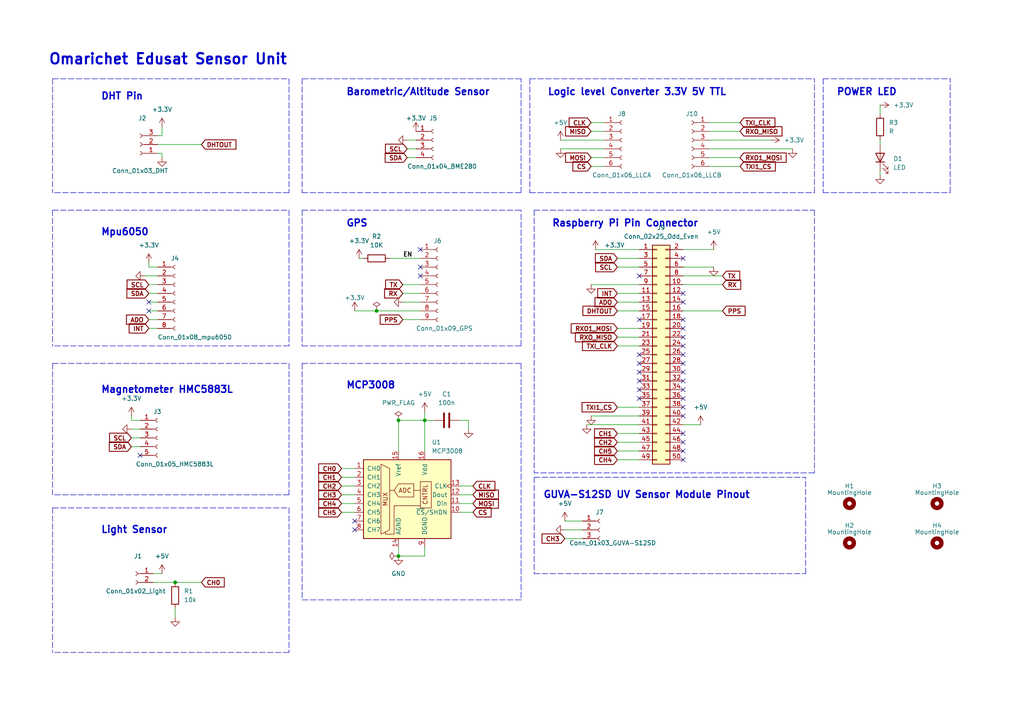
<source format=kicad_sch>
(kicad_sch (version 20211123) (generator eeschema)
  (paper "A4")
  (title_block (title "Edusat Sensor Unit ") (date "2023-01-30") (rev "v1.3") (company "Omarichet.Space") (comment 1 "This design allows for a hands on approach for the learners."))
  (lib_symbols
    (symbol "Analog_ADC:MCP3008" (pin_names (offset 1.016))
      (property "Reference" "U" (at -5.08 13.335 0))
      (property "Value" "MCP3008" (at -5.08 11.43 0))
      (symbol "MCP3008_0_0"
        (text "ADC" (at -0.635 1.27 0) (effects (font (size 1.27 1.27))))
        (text "CNTRL" (at 5.969 -2.921 900) (effects (font (size 1.27 1.27)) (justify left bottom)))
        (text "MUX" (at -6.35 -1.27 900) (effects (font (size 1.27 1.27))))
      )
      (symbol "MCP3008_0_1"
        (polyline (pts (xy -3.81 1.27) (xy -5.08 1.27)))
        (polyline (pts (xy 1.905 1.27) (xy 3.81 1.27)))
        (polyline (pts (xy -7.62 8.89) (xy -7.62 -11.43) (xy -5.08 -10.16) (xy -5.08 7.62) (xy -7.62 8.89)))
        (polyline (pts (xy 3.81 -3.175) (xy -3.81 -3.175) (xy -3.81 -11.43) (xy -6.35 -11.43) (xy -6.35 -10.795)))
        (polyline (pts (xy 1.905 3.175) (xy 1.905 -0.635) (xy -2.54 -0.635) (xy -3.81 1.27) (xy -2.54 3.175) (xy 1.905 3.175)))
        (rectangle (start 3.81 -3.81) (end 6.985 3.81))
        (rectangle (start 12.7 -12.7) (end -12.7 10.16) (stroke (width 0.254)) (fill (type background)))
      )
      (symbol "MCP3008_1_1"
        (pin input line (at -15.24 7.62 0) (length 2.54) (name "CH0") (number "1"))
        (pin input line (at 15.24 -5.08 180) (length 2.54) (name "~{CS}/SHDN") (number "10"))
        (pin input line (at 15.24 -2.54 180) (length 2.54) (name "Din") (number "11"))
        (pin output line (at 15.24 0 180) (length 2.54) (name "Dout") (number "12"))
        (pin input clock (at 15.24 2.54 180) (length 2.54) (name "CLK") (number "13"))
        (pin power_in line (at -2.54 -15.24 90) (length 2.54) (name "AGND") (number "14"))
        (pin power_in line (at -2.54 12.7 270) (length 2.54) (name "Vref") (number "15"))
        (pin power_in line (at 5.08 12.7 270) (length 2.54) (name "Vdd") (number "16"))
        (pin input line (at -15.24 5.08 0) (length 2.54) (name "CH1") (number "2"))
        (pin input line (at -15.24 2.54 0) (length 2.54) (name "CH2") (number "3"))
        (pin input line (at -15.24 0 0) (length 2.54) (name "CH3") (number "4"))
        (pin input line (at -15.24 -2.54 0) (length 2.54) (name "CH4") (number "5"))
        (pin input line (at -15.24 -5.08 0) (length 2.54) (name "CH5") (number "6"))
        (pin input line (at -15.24 -7.62 0) (length 2.54) (name "CH6") (number "7"))
        (pin input line (at -15.24 -10.16 0) (length 2.54) (name "CH7") (number "8"))
        (pin power_in line (at 5.08 -15.24 90) (length 2.54) (name "DGND") (number "9"))
      )
    )
    (symbol "Connector:Conn_01x02_Female" (pin_names (offset 1.016) hide)
      (property "Reference" "J" (at 0 2.54 0))
      (property "Value" "Conn_01x02_Female" (at 0 -5.08 0))
      (symbol "Conn_01x02_Female_1_1"
        (arc (start 0 -2.032) (mid -0.508 -2.54) (end 0 -3.048) (stroke (width 0.1524)))
        (polyline (pts (xy -1.27 -2.54) (xy -0.508 -2.54)) (stroke (width 0.1524)))
        (polyline (pts (xy -1.27 0) (xy -0.508 0)) (stroke (width 0.1524)))
        (arc (start 0 0.508) (mid -0.508 0) (end 0 -0.508) (stroke (width 0.1524)))
        (pin passive line (at -5.08 0 0) (length 3.81) (name "Pin_1") (number "1"))
        (pin passive line (at -5.08 -2.54 0) (length 3.81) (name "Pin_2") (number "2"))
      )
    )
    (symbol "Connector:Conn_01x03_Female" (pin_names (offset 1.016) hide)
      (property "Reference" "J" (at 0 5.08 0))
      (property "Value" "Conn_01x03_Female" (at 0 -5.08 0))
      (symbol "Conn_01x03_Female_1_1"
        (arc (start 0 -2.032) (mid -0.508 -2.54) (end 0 -3.048) (stroke (width 0.1524)))
        (polyline (pts (xy -1.27 -2.54) (xy -0.508 -2.54)) (stroke (width 0.1524)))
        (polyline (pts (xy -1.27 0) (xy -0.508 0)) (stroke (width 0.1524)))
        (polyline (pts (xy -1.27 2.54) (xy -0.508 2.54)) (stroke (width 0.1524)))
        (arc (start 0 0.508) (mid -0.508 0) (end 0 -0.508) (stroke (width 0.1524)))
        (arc (start 0 3.048) (mid -0.508 2.54) (end 0 2.032) (stroke (width 0.1524)))
        (pin passive line (at -5.08 2.54 0) (length 3.81) (name "Pin_1") (number "1"))
        (pin passive line (at -5.08 0 0) (length 3.81) (name "Pin_2") (number "2"))
        (pin passive line (at -5.08 -2.54 0) (length 3.81) (name "Pin_3") (number "3"))
      )
    )
    (symbol "Connector:Conn_01x04_Female" (pin_names (offset 1.016) hide)
      (property "Reference" "J" (at 0 5.08 0))
      (property "Value" "Conn_01x04_Female" (at 0 -7.62 0))
      (symbol "Conn_01x04_Female_1_1"
        (arc (start 0 -4.572) (mid -0.508 -5.08) (end 0 -5.588) (stroke (width 0.1524)))
        (arc (start 0 -2.032) (mid -0.508 -2.54) (end 0 -3.048) (stroke (width 0.1524)))
        (polyline (pts (xy -1.27 -5.08) (xy -0.508 -5.08)) (stroke (width 0.1524)))
        (polyline (pts (xy -1.27 -2.54) (xy -0.508 -2.54)) (stroke (width 0.1524)))
        (polyline (pts (xy -1.27 0) (xy -0.508 0)) (stroke (width 0.1524)))
        (polyline (pts (xy -1.27 2.54) (xy -0.508 2.54)) (stroke (width 0.1524)))
        (arc (start 0 0.508) (mid -0.508 0) (end 0 -0.508) (stroke (width 0.1524)))
        (arc (start 0 3.048) (mid -0.508 2.54) (end 0 2.032) (stroke (width 0.1524)))
        (pin passive line (at -5.08 2.54 0) (length 3.81) (name "Pin_1") (number "1"))
        (pin passive line (at -5.08 0 0) (length 3.81) (name "Pin_2") (number "2"))
        (pin passive line (at -5.08 -2.54 0) (length 3.81) (name "Pin_3") (number "3"))
        (pin passive line (at -5.08 -5.08 0) (length 3.81) (name "Pin_4") (number "4"))
      )
    )
    (symbol "Connector:Conn_01x05_Female" (pin_names (offset 1.016) hide)
      (property "Reference" "J" (at 0 7.62 0))
      (property "Value" "Conn_01x05_Female" (at 0 -7.62 0))
      (symbol "Conn_01x05_Female_1_1"
        (arc (start 0 -4.572) (mid -0.508 -5.08) (end 0 -5.588) (stroke (width 0.1524)))
        (arc (start 0 -2.032) (mid -0.508 -2.54) (end 0 -3.048) (stroke (width 0.1524)))
        (polyline (pts (xy -1.27 -5.08) (xy -0.508 -5.08)) (stroke (width 0.1524)))
        (polyline (pts (xy -1.27 -2.54) (xy -0.508 -2.54)) (stroke (width 0.1524)))
        (polyline (pts (xy -1.27 0) (xy -0.508 0)) (stroke (width 0.1524)))
        (polyline (pts (xy -1.27 2.54) (xy -0.508 2.54)) (stroke (width 0.1524)))
        (polyline (pts (xy -1.27 5.08) (xy -0.508 5.08)) (stroke (width 0.1524)))
        (arc (start 0 0.508) (mid -0.508 0) (end 0 -0.508) (stroke (width 0.1524)))
        (arc (start 0 3.048) (mid -0.508 2.54) (end 0 2.032) (stroke (width 0.1524)))
        (arc (start 0 5.588) (mid -0.508 5.08) (end 0 4.572) (stroke (width 0.1524)))
        (pin passive line (at -5.08 5.08 0) (length 3.81) (name "Pin_1") (number "1"))
        (pin passive line (at -5.08 2.54 0) (length 3.81) (name "Pin_2") (number "2"))
        (pin passive line (at -5.08 0 0) (length 3.81) (name "Pin_3") (number "3"))
        (pin passive line (at -5.08 -2.54 0) (length 3.81) (name "Pin_4") (number "4"))
        (pin passive line (at -5.08 -5.08 0) (length 3.81) (name "Pin_5") (number "5"))
      )
    )
    (symbol "Connector:Conn_01x06_Female" (pin_names (offset 1.016) hide)
      (property "Reference" "J" (at 0 7.62 0))
      (property "Value" "Conn_01x06_Female" (at 0 -10.16 0))
      (symbol "Conn_01x06_Female_1_1"
        (arc (start 0 -7.112) (mid -0.508 -7.62) (end 0 -8.128) (stroke (width 0.1524)))
        (arc (start 0 -4.572) (mid -0.508 -5.08) (end 0 -5.588) (stroke (width 0.1524)))
        (arc (start 0 -2.032) (mid -0.508 -2.54) (end 0 -3.048) (stroke (width 0.1524)))
        (polyline (pts (xy -1.27 -7.62) (xy -0.508 -7.62)) (stroke (width 0.1524)))
        (polyline (pts (xy -1.27 -5.08) (xy -0.508 -5.08)) (stroke (width 0.1524)))
        (polyline (pts (xy -1.27 -2.54) (xy -0.508 -2.54)) (stroke (width 0.1524)))
        (polyline (pts (xy -1.27 0) (xy -0.508 0)) (stroke (width 0.1524)))
        (polyline (pts (xy -1.27 2.54) (xy -0.508 2.54)) (stroke (width 0.1524)))
        (polyline (pts (xy -1.27 5.08) (xy -0.508 5.08)) (stroke (width 0.1524)))
        (arc (start 0 0.508) (mid -0.508 0) (end 0 -0.508) (stroke (width 0.1524)))
        (arc (start 0 3.048) (mid -0.508 2.54) (end 0 2.032) (stroke (width 0.1524)))
        (arc (start 0 5.588) (mid -0.508 5.08) (end 0 4.572) (stroke (width 0.1524)))
        (pin passive line (at -5.08 5.08 0) (length 3.81) (name "Pin_1") (number "1"))
        (pin passive line (at -5.08 2.54 0) (length 3.81) (name "Pin_2") (number "2"))
        (pin passive line (at -5.08 0 0) (length 3.81) (name "Pin_3") (number "3"))
        (pin passive line (at -5.08 -2.54 0) (length 3.81) (name "Pin_4") (number "4"))
        (pin passive line (at -5.08 -5.08 0) (length 3.81) (name "Pin_5") (number "5"))
        (pin passive line (at -5.08 -7.62 0) (length 3.81) (name "Pin_6") (number "6"))
      )
    )
    (symbol "Connector:Conn_01x08_Female" (pin_names (offset 1.016) hide)
      (property "Reference" "J" (at 0 10.16 0))
      (property "Value" "Conn_01x08_Female" (at 0 -12.7 0))
      (symbol "Conn_01x08_Female_1_1"
        (arc (start 0 -9.652) (mid -0.508 -10.16) (end 0 -10.668) (stroke (width 0.1524)))
        (arc (start 0 -7.112) (mid -0.508 -7.62) (end 0 -8.128) (stroke (width 0.1524)))
        (arc (start 0 -4.572) (mid -0.508 -5.08) (end 0 -5.588) (stroke (width 0.1524)))
        (arc (start 0 -2.032) (mid -0.508 -2.54) (end 0 -3.048) (stroke (width 0.1524)))
        (polyline (pts (xy -1.27 -10.16) (xy -0.508 -10.16)) (stroke (width 0.1524)))
        (polyline (pts (xy -1.27 -7.62) (xy -0.508 -7.62)) (stroke (width 0.1524)))
        (polyline (pts (xy -1.27 -5.08) (xy -0.508 -5.08)) (stroke (width 0.1524)))
        (polyline (pts (xy -1.27 -2.54) (xy -0.508 -2.54)) (stroke (width 0.1524)))
        (polyline (pts (xy -1.27 0) (xy -0.508 0)) (stroke (width 0.1524)))
        (polyline (pts (xy -1.27 2.54) (xy -0.508 2.54)) (stroke (width 0.1524)))
        (polyline (pts (xy -1.27 5.08) (xy -0.508 5.08)) (stroke (width 0.1524)))
        (polyline (pts (xy -1.27 7.62) (xy -0.508 7.62)) (stroke (width 0.1524)))
        (arc (start 0 0.508) (mid -0.508 0) (end 0 -0.508) (stroke (width 0.1524)))
        (arc (start 0 3.048) (mid -0.508 2.54) (end 0 2.032) (stroke (width 0.1524)))
        (arc (start 0 5.588) (mid -0.508 5.08) (end 0 4.572) (stroke (width 0.1524)))
        (arc (start 0 8.128) (mid -0.508 7.62) (end 0 7.112) (stroke (width 0.1524)))
        (pin passive line (at -5.08 7.62 0) (length 3.81) (name "Pin_1") (number "1"))
        (pin passive line (at -5.08 5.08 0) (length 3.81) (name "Pin_2") (number "2"))
        (pin passive line (at -5.08 2.54 0) (length 3.81) (name "Pin_3") (number "3"))
        (pin passive line (at -5.08 0 0) (length 3.81) (name "Pin_4") (number "4"))
        (pin passive line (at -5.08 -2.54 0) (length 3.81) (name "Pin_5") (number "5"))
        (pin passive line (at -5.08 -5.08 0) (length 3.81) (name "Pin_6") (number "6"))
        (pin passive line (at -5.08 -7.62 0) (length 3.81) (name "Pin_7") (number "7"))
        (pin passive line (at -5.08 -10.16 0) (length 3.81) (name "Pin_8") (number "8"))
      )
    )
    (symbol "Connector:Conn_01x09_Female" (pin_names (offset 1.016) hide)
      (property "Reference" "J" (at 0 12.7 0))
      (property "Value" "Conn_01x09_Female" (at 0 -12.7 0))
      (symbol "Conn_01x09_Female_1_1"
        (arc (start 0 -9.652) (mid -0.508 -10.16) (end 0 -10.668) (stroke (width 0.1524)))
        (arc (start 0 -7.112) (mid -0.508 -7.62) (end 0 -8.128) (stroke (width 0.1524)))
        (arc (start 0 -4.572) (mid -0.508 -5.08) (end 0 -5.588) (stroke (width 0.1524)))
        (arc (start 0 -2.032) (mid -0.508 -2.54) (end 0 -3.048) (stroke (width 0.1524)))
        (polyline (pts (xy -1.27 -10.16) (xy -0.508 -10.16)) (stroke (width 0.1524)))
        (polyline (pts (xy -1.27 -7.62) (xy -0.508 -7.62)) (stroke (width 0.1524)))
        (polyline (pts (xy -1.27 -5.08) (xy -0.508 -5.08)) (stroke (width 0.1524)))
        (polyline (pts (xy -1.27 -2.54) (xy -0.508 -2.54)) (stroke (width 0.1524)))
        (polyline (pts (xy -1.27 0) (xy -0.508 0)) (stroke (width 0.1524)))
        (polyline (pts (xy -1.27 2.54) (xy -0.508 2.54)) (stroke (width 0.1524)))
        (polyline (pts (xy -1.27 5.08) (xy -0.508 5.08)) (stroke (width 0.1524)))
        (polyline (pts (xy -1.27 7.62) (xy -0.508 7.62)) (stroke (width 0.1524)))
        (polyline (pts (xy -1.27 10.16) (xy -0.508 10.16)) (stroke (width 0.1524)))
        (arc (start 0 0.508) (mid -0.508 0) (end 0 -0.508) (stroke (width 0.1524)))
        (arc (start 0 3.048) (mid -0.508 2.54) (end 0 2.032) (stroke (width 0.1524)))
        (arc (start 0 5.588) (mid -0.508 5.08) (end 0 4.572) (stroke (width 0.1524)))
        (arc (start 0 8.128) (mid -0.508 7.62) (end 0 7.112) (stroke (width 0.1524)))
        (arc (start 0 10.668) (mid -0.508 10.16) (end 0 9.652) (stroke (width 0.1524)))
        (pin passive line (at -5.08 10.16 0) (length 3.81) (name "Pin_1") (number "1"))
        (pin passive line (at -5.08 7.62 0) (length 3.81) (name "Pin_2") (number "2"))
        (pin passive line (at -5.08 5.08 0) (length 3.81) (name "Pin_3") (number "3"))
        (pin passive line (at -5.08 2.54 0) (length 3.81) (name "Pin_4") (number "4"))
        (pin passive line (at -5.08 0 0) (length 3.81) (name "Pin_5") (number "5"))
        (pin passive line (at -5.08 -2.54 0) (length 3.81) (name "Pin_6") (number "6"))
        (pin passive line (at -5.08 -5.08 0) (length 3.81) (name "Pin_7") (number "7"))
        (pin passive line (at -5.08 -7.62 0) (length 3.81) (name "Pin_8") (number "8"))
        (pin passive line (at -5.08 -10.16 0) (length 3.81) (name "Pin_9") (number "9"))
      )
    )
    (symbol "Connector_Generic:Conn_02x25_Odd_Even" (pin_names (offset 1.016) hide)
      (property "Reference" "J" (at 1.27 33.02 0))
      (property "Value" "Conn_02x25_Odd_Even" (at 1.27 -33.02 0))
      (symbol "Conn_02x25_Odd_Even_1_1"
        (rectangle (start -1.27 -30.353) (end 0 -30.607) (stroke (width 0.1524)))
        (rectangle (start -1.27 -27.813) (end 0 -28.067) (stroke (width 0.1524)))
        (rectangle (start -1.27 -25.273) (end 0 -25.527) (stroke (width 0.1524)))
        (rectangle (start -1.27 -22.733) (end 0 -22.987) (stroke (width 0.1524)))
        (rectangle (start -1.27 -20.193) (end 0 -20.447) (stroke (width 0.1524)))
        (rectangle (start -1.27 -17.653) (end 0 -17.907) (stroke (width 0.1524)))
        (rectangle (start -1.27 -15.113) (end 0 -15.367) (stroke (width 0.1524)))
        (rectangle (start -1.27 -12.573) (end 0 -12.827) (stroke (width 0.1524)))
        (rectangle (start -1.27 -10.033) (end 0 -10.287) (stroke (width 0.1524)))
        (rectangle (start -1.27 -7.493) (end 0 -7.747) (stroke (width 0.1524)))
        (rectangle (start -1.27 -4.953) (end 0 -5.207) (stroke (width 0.1524)))
        (rectangle (start -1.27 -2.413) (end 0 -2.667) (stroke (width 0.1524)))
        (rectangle (start -1.27 0.127) (end 0 -0.127) (stroke (width 0.1524)))
        (rectangle (start -1.27 2.667) (end 0 2.413) (stroke (width 0.1524)))
        (rectangle (start -1.27 5.207) (end 0 4.953) (stroke (width 0.1524)))
        (rectangle (start -1.27 7.747) (end 0 7.493) (stroke (width 0.1524)))
        (rectangle (start -1.27 10.287) (end 0 10.033) (stroke (width 0.1524)))
        (rectangle (start -1.27 12.827) (end 0 12.573) (stroke (width 0.1524)))
        (rectangle (start -1.27 15.367) (end 0 15.113) (stroke (width 0.1524)))
        (rectangle (start -1.27 17.907) (end 0 17.653) (stroke (width 0.1524)))
        (rectangle (start -1.27 20.447) (end 0 20.193) (stroke (width 0.1524)))
        (rectangle (start -1.27 22.987) (end 0 22.733) (stroke (width 0.1524)))
        (rectangle (start -1.27 25.527) (end 0 25.273) (stroke (width 0.1524)))
        (rectangle (start -1.27 28.067) (end 0 27.813) (stroke (width 0.1524)))
        (rectangle (start -1.27 30.607) (end 0 30.353) (stroke (width 0.1524)))
        (rectangle (start -1.27 31.75) (end 3.81 -31.75) (stroke (width 0.254)) (fill (type background)))
        (rectangle (start 3.81 -30.353) (end 2.54 -30.607) (stroke (width 0.1524)))
        (rectangle (start 3.81 -27.813) (end 2.54 -28.067) (stroke (width 0.1524)))
        (rectangle (start 3.81 -25.273) (end 2.54 -25.527) (stroke (width 0.1524)))
        (rectangle (start 3.81 -22.733) (end 2.54 -22.987) (stroke (width 0.1524)))
        (rectangle (start 3.81 -20.193) (end 2.54 -20.447) (stroke (width 0.1524)))
        (rectangle (start 3.81 -17.653) (end 2.54 -17.907) (stroke (width 0.1524)))
        (rectangle (start 3.81 -15.113) (end 2.54 -15.367) (stroke (width 0.1524)))
        (rectangle (start 3.81 -12.573) (end 2.54 -12.827) (stroke (width 0.1524)))
        (rectangle (start 3.81 -10.033) (end 2.54 -10.287) (stroke (width 0.1524)))
        (rectangle (start 3.81 -7.493) (end 2.54 -7.747) (stroke (width 0.1524)))
        (rectangle (start 3.81 -4.953) (end 2.54 -5.207) (stroke (width 0.1524)))
        (rectangle (start 3.81 -2.413) (end 2.54 -2.667) (stroke (width 0.1524)))
        (rectangle (start 3.81 0.127) (end 2.54 -0.127) (stroke (width 0.1524)))
        (rectangle (start 3.81 2.667) (end 2.54 2.413) (stroke (width 0.1524)))
        (rectangle (start 3.81 5.207) (end 2.54 4.953) (stroke (width 0.1524)))
        (rectangle (start 3.81 7.747) (end 2.54 7.493) (stroke (width 0.1524)))
        (rectangle (start 3.81 10.287) (end 2.54 10.033) (stroke (width 0.1524)))
        (rectangle (start 3.81 12.827) (end 2.54 12.573) (stroke (width 0.1524)))
        (rectangle (start 3.81 15.367) (end 2.54 15.113) (stroke (width 0.1524)))
        (rectangle (start 3.81 17.907) (end 2.54 17.653) (stroke (width 0.1524)))
        (rectangle (start 3.81 20.447) (end 2.54 20.193) (stroke (width 0.1524)))
        (rectangle (start 3.81 22.987) (end 2.54 22.733) (stroke (width 0.1524)))
        (rectangle (start 3.81 25.527) (end 2.54 25.273) (stroke (width 0.1524)))
        (rectangle (start 3.81 28.067) (end 2.54 27.813) (stroke (width 0.1524)))
        (rectangle (start 3.81 30.607) (end 2.54 30.353) (stroke (width 0.1524)))
        (pin passive line (at -5.08 30.48 0) (length 3.81) (name "Pin_1") (number "1"))
        (pin passive line (at 7.62 20.32 180) (length 3.81) (name "Pin_10") (number "10"))
        (pin passive line (at -5.08 17.78 0) (length 3.81) (name "Pin_11") (number "11"))
        (pin passive line (at 7.62 17.78 180) (length 3.81) (name "Pin_12") (number "12"))
        (pin passive line (at -5.08 15.24 0) (length 3.81) (name "Pin_13") (number "13"))
        (pin passive line (at 7.62 15.24 180) (length 3.81) (name "Pin_14") (number "14"))
        (pin passive line (at -5.08 12.7 0) (length 3.81) (name "Pin_15") (number "15"))
        (pin passive line (at 7.62 12.7 180) (length 3.81) (name "Pin_16") (number "16"))
        (pin passive line (at -5.08 10.16 0) (length 3.81) (name "Pin_17") (number "17"))
        (pin passive line (at 7.62 10.16 180) (length 3.81) (name "Pin_18") (number "18"))
        (pin passive line (at -5.08 7.62 0) (length 3.81) (name "Pin_19") (number "19"))
        (pin passive line (at 7.62 30.48 180) (length 3.81) (name "Pin_2") (number "2"))
        (pin passive line (at 7.62 7.62 180) (length 3.81) (name "Pin_20") (number "20"))
        (pin passive line (at -5.08 5.08 0) (length 3.81) (name "Pin_21") (number "21"))
        (pin passive line (at 7.62 5.08 180) (length 3.81) (name "Pin_22") (number "22"))
        (pin passive line (at -5.08 2.54 0) (length 3.81) (name "Pin_23") (number "23"))
        (pin passive line (at 7.62 2.54 180) (length 3.81) (name "Pin_24") (number "24"))
        (pin passive line (at -5.08 0 0) (length 3.81) (name "Pin_25") (number "25"))
        (pin passive line (at 7.62 0 180) (length 3.81) (name "Pin_26") (number "26"))
        (pin passive line (at -5.08 -2.54 0) (length 3.81) (name "Pin_27") (number "27"))
        (pin passive line (at 7.62 -2.54 180) (length 3.81) (name "Pin_28") (number "28"))
        (pin passive line (at -5.08 -5.08 0) (length 3.81) (name "Pin_29") (number "29"))
        (pin passive line (at -5.08 27.94 0) (length 3.81) (name "Pin_3") (number "3"))
        (pin passive line (at 7.62 -5.08 180) (length 3.81) (name "Pin_30") (number "30"))
        (pin passive line (at -5.08 -7.62 0) (length 3.81) (name "Pin_31") (number "31"))
        (pin passive line (at 7.62 -7.62 180) (length 3.81) (name "Pin_32") (number "32"))
        (pin passive line (at -5.08 -10.16 0) (length 3.81) (name "Pin_33") (number "33"))
        (pin passive line (at 7.62 -10.16 180) (length 3.81) (name "Pin_34") (number "34"))
        (pin passive line (at -5.08 -12.7 0) (length 3.81) (name "Pin_35") (number "35"))
        (pin passive line (at 7.62 -12.7 180) (length 3.81) (name "Pin_36") (number "36"))
        (pin passive line (at -5.08 -15.24 0) (length 3.81) (name "Pin_37") (number "37"))
        (pin passive line (at 7.62 -15.24 180) (length 3.81) (name "Pin_38") (number "38"))
        (pin passive line (at -5.08 -17.78 0) (length 3.81) (name "Pin_39") (number "39"))
        (pin passive line (at 7.62 27.94 180) (length 3.81) (name "Pin_4") (number "4"))
        (pin passive line (at 7.62 -17.78 180) (length 3.81) (name "Pin_40") (number "40"))
        (pin passive line (at -5.08 -20.32 0) (length 3.81) (name "Pin_41") (number "41"))
        (pin passive line (at 7.62 -20.32 180) (length 3.81) (name "Pin_42") (number "42"))
        (pin passive line (at -5.08 -22.86 0) (length 3.81) (name "Pin_43") (number "43"))
        (pin passive line (at 7.62 -22.86 180) (length 3.81) (name "Pin_44") (number "44"))
        (pin passive line (at -5.08 -25.4 0) (length 3.81) (name "Pin_45") (number "45"))
        (pin passive line (at 7.62 -25.4 180) (length 3.81) (name "Pin_46") (number "46"))
        (pin passive line (at -5.08 -27.94 0) (length 3.81) (name "Pin_47") (number "47"))
        (pin passive line (at 7.62 -27.94 180) (length 3.81) (name "Pin_48") (number "48"))
        (pin passive line (at -5.08 -30.48 0) (length 3.81) (name "Pin_49") (number "49"))
        (pin passive line (at -5.08 25.4 0) (length 3.81) (name "Pin_5") (number "5"))
        (pin passive line (at 7.62 -30.48 180) (length 3.81) (name "Pin_50") (number "50"))
        (pin passive line (at 7.62 25.4 180) (length 3.81) (name "Pin_6") (number "6"))
        (pin passive line (at -5.08 22.86 0) (length 3.81) (name "Pin_7") (number "7"))
        (pin passive line (at 7.62 22.86 180) (length 3.81) (name "Pin_8") (number "8"))
        (pin passive line (at -5.08 20.32 0) (length 3.81) (name "Pin_9") (number "9"))
      )
    )
    (symbol "Device:C" (pin_numbers hide) (pin_names (offset 0.254))
      (property "Reference" "C" (at 0.635 2.54 0))
      (property "Value" "C" (at 0.635 -2.54 0))
      (symbol "C_0_1"
        (polyline (pts (xy -2.032 -0.762) (xy 2.032 -0.762)) (stroke (width 0.508)))
        (polyline (pts (xy -2.032 0.762) (xy 2.032 0.762)) (stroke (width 0.508)))
      )
      (symbol "C_1_1"
        (pin passive line (at 0 3.81 270) (length 2.794) (name "~") (number "1"))
        (pin passive line (at 0 -3.81 90) (length 2.794) (name "~") (number "2"))
      )
    )
    (symbol "Device:LED" (pin_numbers hide) (pin_names (offset 1.016) hide)
      (property "Reference" "D" (at 0 2.54 0))
      (property "Value" "LED" (at 0 -2.54 0))
      (symbol "LED_0_1"
        (polyline (pts (xy -1.27 -1.27) (xy -1.27 1.27)) (stroke (width 0.254)))
        (polyline (pts (xy -1.27 0) (xy 1.27 0)))
        (polyline (pts (xy 1.27 -1.27) (xy 1.27 1.27) (xy -1.27 0) (xy 1.27 -1.27)) (stroke (width 0.254)))
        (polyline (pts (xy -3.048 -0.762) (xy -4.572 -2.286) (xy -3.81 -2.286) (xy -4.572 -2.286) (xy -4.572 -1.524)))
        (polyline (pts (xy -1.778 -0.762) (xy -3.302 -2.286) (xy -2.54 -2.286) (xy -3.302 -2.286) (xy -3.302 -1.524)))
      )
      (symbol "LED_1_1"
        (pin passive line (at -3.81 0 0) (length 2.54) (name "K") (number "1"))
        (pin passive line (at 3.81 0 180) (length 2.54) (name "A") (number "2"))
      )
    )
    (symbol "Device:R" (pin_numbers hide) (pin_names (offset 0))
      (property "Reference" "R" (at 2.032 0 90))
      (property "Value" "R" (at 0 0 90))
      (symbol "R_0_1"
        (rectangle (start -1.016 -2.54) (end 1.016 2.54) (stroke (width 0.254)))
      )
      (symbol "R_1_1"
        (pin passive line (at 0 3.81 270) (length 1.27) (name "~") (number "1"))
        (pin passive line (at 0 -3.81 90) (length 1.27) (name "~") (number "2"))
      )
    )
    (symbol "Mechanical:MountingHole" (pin_names (offset 1.016))
      (property "Reference" "H" (at 0 5.08 0))
      (property "Value" "MountingHole" (at 0 3.175 0))
      (symbol "MountingHole_0_1"
        (circle (center 0 0) (radius 1.27) (stroke (width 1.27)))
      )
    )
    (symbol "power:+3.3V" (power) (pin_names (offset 0))
      (property "Value" "+3.3V" (at 0 3.556 0))
      (symbol "+3.3V_0_1"
        (polyline (pts (xy -0.762 1.27) (xy 0 2.54)))
        (polyline (pts (xy 0 0) (xy 0 2.54)))
        (polyline (pts (xy 0 2.54) (xy 0.762 1.27)))
      )
      (symbol "+3.3V_1_1"
        (pin power_in line (at 0 0 90) (length 0) hide (name "+3.3V") (number "1"))
      )
    )
    (symbol "power:+5V" (power) (pin_names (offset 0))
      (property "Value" "+5V" (at 0 3.556 0))
      (symbol "+5V_0_1"
        (polyline (pts (xy -0.762 1.27) (xy 0 2.54)))
        (polyline (pts (xy 0 0) (xy 0 2.54)))
        (polyline (pts (xy 0 2.54) (xy 0.762 1.27)))
      )
      (symbol "+5V_1_1"
        (pin power_in line (at 0 0 90) (length 0) hide (name "+5V") (number "1"))
      )
    )
    (symbol "power:GND" (power) (pin_names (offset 0))
      (property "Value" "GND" (at 0 -3.81 0))
      (symbol "GND_0_1"
        (polyline (pts (xy 0 0) (xy 0 -1.27) (xy 1.27 -1.27) (xy 0 -2.54) (xy -1.27 -1.27) (xy 0 -1.27)))
      )
      (symbol "GND_1_1"
        (pin power_in line (at 0 0 270) (length 0) hide (name "GND") (number "1"))
      )
    )
    (symbol "power:PWR_FLAG" (power) (pin_numbers hide) (pin_names (offset 0) hide)
      (property "Value" "PWR_FLAG" (at 0 3.81 0))
      (symbol "PWR_FLAG_0_0"
        (pin power_out line (at 0 0 90) (length 0) (name "pwr") (number "1"))
      )
      (symbol "PWR_FLAG_0_1"
        (polyline (pts (xy 0 0) (xy 0 1.27) (xy -1.016 1.905) (xy 0 2.54) (xy 1.016 1.905) (xy 0 1.27)))
      )
    )
  )
  (junction (at 109.22 90.17))
  (junction (at 115.57 121.92))
  (junction (at 123.19 121.92))
  (junction (at 115.57 161.29))
  (junction (at 50.8 168.91))
  (no_connect (at 121.92 72.39))
  (no_connect (at 121.92 77.47))
  (no_connect (at 121.92 80.01))
  (no_connect (at 198.12 107.95))
  (no_connect (at 198.12 105.41))
  (no_connect (at 198.12 102.87))
  (no_connect (at 198.12 100.33))
  (no_connect (at 198.12 97.79))
  (no_connect (at 185.42 105.41))
  (no_connect (at 185.42 107.95))
  (no_connect (at 185.42 110.49))
  (no_connect (at 185.42 113.03))
  (no_connect (at 185.42 115.57))
  (no_connect (at 198.12 120.65))
  (no_connect (at 198.12 118.11))
  (no_connect (at 198.12 115.57))
  (no_connect (at 198.12 113.03))
  (no_connect (at 198.12 110.49))
  (no_connect (at 185.42 92.71))
  (no_connect (at 185.42 102.87))
  (no_connect (at 198.12 95.25))
  (no_connect (at 198.12 92.71))
  (no_connect (at 198.12 87.63))
  (no_connect (at 198.12 85.09))
  (no_connect (at 198.12 133.35))
  (no_connect (at 198.12 130.81))
  (no_connect (at 198.12 128.27))
  (no_connect (at 198.12 125.73))
  (no_connect (at 102.87 153.67))
  (no_connect (at 102.87 151.13))
  (no_connect (at 40.64 132.08))
  (no_connect (at 43.18 90.17))
  (no_connect (at 43.18 87.63))
  (no_connect (at 198.12 74.93))
  (no_connect (at 185.42 80.01))
  (polyline (pts (xy 83.82 100.33) (xy 15.24 100.33)))
  (wire (pts (xy 133.35 140.97) (xy 137.16 140.97)))
  (wire (pts (xy 99.06 140.97) (xy 102.87 140.97)))
  (wire (pts (xy 38.1 120.65) (xy 38.1 121.92)))
  (polyline (pts (xy 151.13 173.99) (xy 87.63 173.99)))
  (wire (pts (xy 43.18 87.63) (xy 45.72 87.63)))
  (polyline (pts (xy 87.63 100.33) (xy 151.13 100.33)))
  (polyline (pts (xy 153.67 55.88) (xy 236.22 55.88)))
  (wire (pts (xy 43.18 90.17) (xy 45.72 90.17)))
  (wire (pts (xy 133.35 146.05) (xy 137.16 146.05)))
  (wire (pts (xy 43.18 92.71) (xy 45.72 92.71)))
  (polyline (pts (xy 83.82 147.32) (xy 83.82 189.23)))
  (polyline (pts (xy 238.76 22.86) (xy 275.59 22.86)))
  (wire (pts (xy 118.11 43.18) (xy 120.65 43.18)))
  (wire (pts (xy 171.45 35.56) (xy 175.26 35.56)))
  (wire (pts (xy 135.89 121.92) (xy 135.89 124.46)))
  (wire (pts (xy 38.1 121.92) (xy 40.64 121.92)))
  (wire (pts (xy 133.35 148.59) (xy 137.16 148.59)))
  (polyline (pts (xy 238.76 55.88) (xy 275.59 55.88)))
  (wire (pts (xy 115.57 161.29) (xy 123.19 161.29)))
  (wire (pts (xy 99.06 143.51) (xy 102.87 143.51)))
  (polyline (pts (xy 87.63 60.96) (xy 151.13 60.96)))
  (polyline (pts (xy 151.13 100.33) (xy 151.13 60.96)))
  (wire (pts (xy 171.45 82.55) (xy 185.42 82.55)))
  (wire (pts (xy 99.06 146.05) (xy 102.87 146.05)))
  (wire (pts (xy 99.06 135.89) (xy 102.87 135.89)))
  (polyline (pts (xy 154.94 60.96) (xy 154.94 137.16)))
  (wire (pts (xy 38.1 127) (xy 40.64 127)))
  (wire (pts (xy 205.74 35.56) (xy 214.63 35.56)))
  (polyline (pts (xy 238.76 22.86) (xy 238.76 55.88)))
  (wire (pts (xy 50.8 168.91) (xy 58.42 168.91)))
  (wire (pts (xy 205.74 38.1) (xy 214.63 38.1)))
  (wire (pts (xy 44.45 168.91) (xy 50.8 168.91)))
  (wire (pts (xy 43.18 82.55) (xy 45.72 82.55)))
  (wire (pts (xy 38.1 129.54) (xy 40.64 129.54)))
  (wire (pts (xy 198.12 123.19) (xy 203.2 123.19)))
  (wire (pts (xy 115.57 158.75) (xy 115.57 161.29)))
  (wire (pts (xy 255.27 49.53) (xy 255.27 50.8)))
  (polyline (pts (xy 233.68 166.37) (xy 233.68 138.43)))
  (wire (pts (xy 198.12 82.55) (xy 209.55 82.55)))
  (wire (pts (xy 179.07 130.81) (xy 185.42 130.81)))
  (wire (pts (xy 133.35 143.51) (xy 137.16 143.51)))
  (wire (pts (xy 170.18 123.19) (xy 185.42 123.19)))
  (wire (pts (xy 179.07 95.25) (xy 185.42 95.25)))
  (polyline (pts (xy 87.63 60.96) (xy 87.63 100.33)))
  (polyline (pts (xy 236.22 137.16) (xy 154.94 137.16)))
  (wire (pts (xy 113.03 74.93) (xy 121.92 74.93)))
  (wire (pts (xy 198.12 72.39) (xy 207.01 72.39)))
  (wire (pts (xy 123.19 161.29) (xy 123.19 158.75)))
  (wire (pts (xy 171.45 120.65) (xy 185.42 120.65)))
  (wire (pts (xy 123.19 121.92) (xy 123.19 130.81)))
  (wire (pts (xy 163.83 151.13) (xy 168.91 151.13)))
  (wire (pts (xy 198.12 77.47) (xy 207.01 77.47)))
  (wire (pts (xy 99.06 138.43) (xy 102.87 138.43)))
  (polyline (pts (xy 151.13 22.86) (xy 87.63 22.86)))
  (polyline (pts (xy 15.24 105.41) (xy 83.82 105.41)))
  (wire (pts (xy 45.72 44.45) (xy 46.99 44.45)))
  (wire (pts (xy 179.07 133.35) (xy 185.42 133.35)))
  (polyline (pts (xy 83.82 60.96) (xy 83.82 100.33)))
  (wire (pts (xy 123.19 119.38) (xy 123.19 121.92)))
  (wire (pts (xy 44.45 166.37) (xy 46.99 166.37)))
  (polyline (pts (xy 154.94 166.37) (xy 233.68 166.37)))
  (polyline (pts (xy 15.24 60.96) (xy 15.24 100.33)))
  (wire (pts (xy 198.12 90.17) (xy 209.55 90.17)))
  (wire (pts (xy 179.07 128.27) (xy 185.42 128.27)))
  (polyline (pts (xy 15.24 22.86) (xy 83.82 22.86)))
  (wire (pts (xy 58.42 41.91) (xy 45.72 41.91)))
  (wire (pts (xy 116.84 82.55) (xy 121.92 82.55)))
  (wire (pts (xy 104.14 74.93) (xy 105.41 74.93)))
  (wire (pts (xy 116.84 87.63) (xy 121.92 87.63)))
  (wire (pts (xy 41.91 80.01) (xy 45.72 80.01)))
  (polyline (pts (xy 87.63 55.88) (xy 151.13 55.88)))
  (wire (pts (xy 179.07 100.33) (xy 185.42 100.33)))
  (polyline (pts (xy 154.94 138.43) (xy 233.68 138.43)))
  (polyline (pts (xy 87.63 105.41) (xy 151.13 105.41)))
  (polyline (pts (xy 236.22 60.96) (xy 236.22 137.16)))
  (wire (pts (xy 205.74 43.18) (xy 229.87 43.18)))
  (wire (pts (xy 102.87 90.17) (xy 109.22 90.17)))
  (wire (pts (xy 172.72 72.39) (xy 185.42 72.39)))
  (wire (pts (xy 163.83 153.67) (xy 168.91 153.67)))
  (wire (pts (xy 43.18 85.09) (xy 45.72 85.09)))
  (wire (pts (xy 255.27 40.64) (xy 255.27 41.91)))
  (wire (pts (xy 205.74 48.26) (xy 214.63 48.26)))
  (polyline (pts (xy 15.24 105.41) (xy 15.24 143.51)))
  (polyline (pts (xy 15.24 22.86) (xy 15.24 55.88)))
  (wire (pts (xy 162.56 43.18) (xy 175.26 43.18)))
  (wire (pts (xy 116.84 92.71) (xy 121.92 92.71)))
  (wire (pts (xy 109.22 90.17) (xy 121.92 90.17)))
  (wire (pts (xy 179.07 97.79) (xy 185.42 97.79)))
  (wire (pts (xy 179.07 118.11) (xy 185.42 118.11)))
  (wire (pts (xy 43.18 95.25) (xy 45.72 95.25)))
  (polyline (pts (xy 236.22 55.88) (xy 236.22 22.86)))
  (wire (pts (xy 162.56 40.64) (xy 175.26 40.64)))
  (wire (pts (xy 205.74 40.64) (xy 223.52 40.64)))
  (wire (pts (xy 118.11 40.64) (xy 120.65 40.64)))
  (wire (pts (xy 255.27 30.48) (xy 255.27 33.02)))
  (wire (pts (xy 179.07 74.93) (xy 185.42 74.93)))
  (polyline (pts (xy 154.94 60.96) (xy 236.22 60.96)))
  (polyline (pts (xy 87.63 105.41) (xy 87.63 173.99)))
  (wire (pts (xy 179.07 125.73) (xy 185.42 125.73)))
  (wire (pts (xy 116.84 85.09) (xy 121.92 85.09)))
  (wire (pts (xy 179.07 87.63) (xy 185.42 87.63)))
  (wire (pts (xy 115.57 130.81) (xy 115.57 121.92)))
  (wire (pts (xy 205.74 45.72) (xy 214.63 45.72)))
  (wire (pts (xy 133.35 121.92) (xy 135.89 121.92)))
  (wire (pts (xy 46.99 39.37) (xy 45.72 39.37)))
  (polyline (pts (xy 15.24 60.96) (xy 83.82 60.96)))
  (polyline (pts (xy 15.24 147.32) (xy 15.24 189.23)))
  (polyline (pts (xy 83.82 105.41) (xy 83.82 143.51)))
  (wire (pts (xy 43.18 76.2) (xy 43.18 77.47)))
  (polyline (pts (xy 83.82 143.51) (xy 15.24 143.51)))
  (wire (pts (xy 163.83 156.21) (xy 168.91 156.21)))
  (polyline (pts (xy 83.82 22.86) (xy 83.82 55.88)))
  (wire (pts (xy 115.57 121.92) (xy 123.19 121.92)))
  (wire (pts (xy 46.99 36.83) (xy 46.99 39.37)))
  (polyline (pts (xy 151.13 55.88) (xy 151.13 22.86)))
  (polyline (pts (xy 87.63 22.86) (xy 87.63 55.88)))
  (wire (pts (xy 118.11 45.72) (xy 120.65 45.72)))
  (wire (pts (xy 43.18 77.47) (xy 45.72 77.47)))
  (polyline (pts (xy 15.24 147.32) (xy 83.82 147.32)))
  (polyline (pts (xy 83.82 55.88) (xy 15.24 55.88)))
  (wire (pts (xy 198.12 80.01) (xy 209.55 80.01)))
  (wire (pts (xy 179.07 77.47) (xy 185.42 77.47)))
  (wire (pts (xy 99.06 148.59) (xy 102.87 148.59)))
  (polyline (pts (xy 154.94 138.43) (xy 154.94 166.37)))
  (wire (pts (xy 50.8 176.53) (xy 50.8 179.07)))
  (wire (pts (xy 171.45 38.1) (xy 175.26 38.1)))
  (polyline (pts (xy 275.59 55.88) (xy 275.59 22.86)))
  (wire (pts (xy 38.1 124.46) (xy 40.64 124.46)))
  (wire (pts (xy 171.45 48.26) (xy 175.26 48.26)))
  (polyline (pts (xy 153.67 22.86) (xy 153.67 55.88)))
  (polyline (pts (xy 153.67 22.86) (xy 236.22 22.86)))
  (wire (pts (xy 123.19 121.92) (xy 125.73 121.92)))
  (wire (pts (xy 179.07 90.17) (xy 185.42 90.17)))
  (polyline (pts (xy 83.82 189.23) (xy 15.24 189.23)))
  (polyline (pts (xy 151.13 105.41) (xy 151.13 173.99)))
  (wire (pts (xy 179.07 85.09) (xy 185.42 85.09)))
  (wire (pts (xy 46.99 44.45) (xy 46.99 45.72)))
  (wire (pts (xy 171.45 45.72) (xy 175.26 45.72)))
  (text "Light Sensor" (at 29.21 154.94 0) (effects (font (size 2 2) bold) (justify left bottom)))
  (text "Omarichet Edusat Sensor Unit" (at 13.97 19.05 0) (effects (font (size 3 3) bold) (justify left bottom)))
  (text "GUVA-S12SD UV Sensor Module Pinout" (at 157.48 144.78 0) (effects (font (size 2 2) bold) (justify left bottom)))
  (text "POWER LED" (at 242.57 27.94 0) (effects (font (size 2 2) (thickness 0.4) bold) (justify left bottom)))
  (text "GPS" (at 100.33 66.04 0) (effects (font (size 2 2) bold) (justify left bottom)))
  (text "MCP3008" (at 100.33 113.03 0) (effects (font (size 2 2) bold) (justify left bottom)))
  (text "Barometric/Altitude Sensor" (at 100.33 27.94 0) (effects (font (size 2 2) bold) (justify left bottom)))
  (text "Mpu6050" (at 29.21 68.58 0) (effects (font (size 2 2) bold) (justify left bottom)))
  (text "Raspberry Pi Pin Connector" (at 160.02 66.04 0) (effects (font (size 2 2) bold) (justify left bottom)))
  (text "Logic level Converter 3.3V 5V TTL" (at 158.75 27.94 0) (effects (font (size 2 2) bold) (justify left bottom)))
  (text "Magnetometer HMC5883L" (at 29.21 114.3 0) (effects (font (size 2 2) bold) (justify left bottom)))
  (text "DHT Pin" (at 29.21 29.21 0) (effects (font (size 2 2) bold) (justify left bottom)))
  (label "EN" (at 116.84 74.93 0) (effects (font bold)))
  (global_label "MOSI" (shape input) (at 137.16 146.05 0) (effects (font bold)) (property "Intersheet References" "${INTERSHEET_REFS}" (effects hide)))
  (global_label "TXI1_CS" (shape input) (at 214.63 48.26 0) (effects (font bold)) (property "Intersheet References" "${INTERSHEET_REFS}" (effects hide)))
  (global_label "CH3" (shape input) (at 163.83 156.21 180) (effects (font bold)) (property "Intersheet References" "${INTERSHEET_REFS}" (effects hide)))
  (global_label "CLK" (shape input) (at 137.16 140.97 0) (effects (font bold)) (property "Intersheet References" "${INTERSHEET_REFS}" (effects hide)))
  (global_label "SCL" (shape input) (at 38.1 127 180) (effects (font bold)) (property "Intersheet References" "${INTERSHEET_REFS}" (effects hide)))
  (global_label "CH5" (shape input) (at 179.07 130.81 180) (effects (font bold)) (property "Intersheet References" "${INTERSHEET_REFS}" (effects hide)))
  (global_label "SDA" (shape input) (at 38.1 129.54 180) (effects (font bold)) (property "Intersheet References" "${INTERSHEET_REFS}" (effects hide)))
  (global_label "MISO" (shape input) (at 137.16 143.51 0) (effects (font bold)) (property "Intersheet References" "${INTERSHEET_REFS}" (effects hide)))
  (global_label "CH4" (shape input) (at 99.06 146.05 180) (effects (font bold)) (property "Intersheet References" "${INTERSHEET_REFS}" (effects hide)))
  (global_label "TX" (shape input) (at 209.55 80.01 0) (effects (font bold)) (property "Intersheet References" "${INTERSHEET_REFS}" (effects hide)))
  (global_label "SDA" (shape input) (at 118.11 45.72 180) (effects (font bold)) (property "Intersheet References" "${INTERSHEET_REFS}" (effects hide)))
  (global_label "MOSI" (shape input) (at 171.45 45.72 180) (effects (font bold)) (property "Intersheet References" "${INTERSHEET_REFS}" (effects hide)))
  (global_label "PPS" (shape input) (at 209.55 90.17 0) (effects (font bold)) (property "Intersheet References" "${INTERSHEET_REFS}" (effects hide)))
  (global_label "MISO" (shape input) (at 171.45 38.1 180) (effects (font bold)) (property "Intersheet References" "${INTERSHEET_REFS}" (effects hide)))
  (global_label "RXO1_MOSI" (shape input) (at 214.63 45.72 0) (effects (font bold)) (property "Intersheet References" "${INTERSHEET_REFS}" (effects hide)))
  (global_label "CS" (shape input) (at 137.16 148.59 0) (effects (font bold)) (property "Intersheet References" "${INTERSHEET_REFS}" (effects hide)))
  (global_label "CS" (shape input) (at 171.45 48.26 180) (effects (font bold)) (property "Intersheet References" "${INTERSHEET_REFS}" (effects hide)))
  (global_label "CH2" (shape input) (at 99.06 140.97 180) (effects (font bold)) (property "Intersheet References" "${INTERSHEET_REFS}" (effects hide)))
  (global_label "PPS" (shape input) (at 116.84 92.71 180) (effects (font bold)) (property "Intersheet References" "${INTERSHEET_REFS}" (effects hide)))
  (global_label "TXI_CLK" (shape input) (at 179.07 100.33 180) (effects (font bold)) (property "Intersheet References" "${INTERSHEET_REFS}" (effects hide)))
  (global_label "RX" (shape input) (at 209.55 82.55 0) (effects (font bold)) (property "Intersheet References" "${INTERSHEET_REFS}" (effects hide)))
  (global_label "CH1" (shape input) (at 99.06 138.43 180) (effects (font bold)) (property "Intersheet References" "${INTERSHEET_REFS}" (effects hide)))
  (global_label "CH3" (shape input) (at 99.06 143.51 180) (effects (font bold)) (property "Intersheet References" "${INTERSHEET_REFS}" (effects hide)))
  (global_label "RXO1_MOSI" (shape input) (at 179.07 95.25 180) (effects (font bold)) (property "Intersheet References" "${INTERSHEET_REFS}" (effects hide)))
  (global_label "CH0" (shape input) (at 99.06 135.89 180) (effects (font bold)) (property "Intersheet References" "${INTERSHEET_REFS}" (effects hide)))
  (global_label "INT" (shape input) (at 43.18 95.25 180) (effects (font bold)) (property "Intersheet References" "${INTERSHEET_REFS}" (effects hide)))
  (global_label "TX" (shape input) (at 116.84 82.55 180) (effects (font bold)) (property "Intersheet References" "${INTERSHEET_REFS}" (effects hide)))
  (global_label "DHTOUT" (shape input) (at 58.42 41.91 0) (effects (font bold)) (property "Intersheet References" "${INTERSHEET_REFS}" (effects hide)))
  (global_label "CH4" (shape input) (at 179.07 133.35 180) (effects (font bold)) (property "Intersheet References" "${INTERSHEET_REFS}" (effects hide)))
  (global_label "TXI1_CS" (shape input) (at 179.07 118.11 180) (effects (font bold)) (property "Intersheet References" "${INTERSHEET_REFS}" (effects hide)))
  (global_label "ADO" (shape input) (at 179.07 87.63 180) (effects (font bold)) (property "Intersheet References" "${INTERSHEET_REFS}" (effects hide)))
  (global_label "RX" (shape input) (at 116.84 85.09 180) (effects (font bold)) (property "Intersheet References" "${INTERSHEET_REFS}" (effects hide)))
  (global_label "SCL" (shape input) (at 118.11 43.18 180) (effects (font bold)) (property "Intersheet References" "${INTERSHEET_REFS}" (effects hide)))
  (global_label "RXO_MISO" (shape input) (at 179.07 97.79 180) (effects (font bold)) (property "Intersheet References" "${INTERSHEET_REFS}" (effects hide)))
  (global_label "DHTOUT" (shape input) (at 179.07 90.17 180) (effects (font bold)) (property "Intersheet References" "${INTERSHEET_REFS}" (effects hide)))
  (global_label "SCL" (shape input) (at 43.18 82.55 180) (effects (font bold)) (property "Intersheet References" "${INTERSHEET_REFS}" (effects hide)))
  (global_label "SDA" (shape input) (at 43.18 85.09 180) (effects (font bold)) (property "Intersheet References" "${INTERSHEET_REFS}" (effects hide)))
  (global_label "INT" (shape input) (at 179.07 85.09 180) (effects (font bold)) (property "Intersheet References" "${INTERSHEET_REFS}" (effects hide)))
  (global_label "ADO" (shape input) (at 43.18 92.71 180) (effects (font bold)) (property "Intersheet References" "${INTERSHEET_REFS}" (effects hide)))
  (global_label "CH5" (shape input) (at 99.06 148.59 180) (effects (font bold)) (property "Intersheet References" "${INTERSHEET_REFS}" (effects hide)))
  (global_label "CH0" (shape input) (at 58.42 168.91 0) (effects (font bold)) (property "Intersheet References" "${INTERSHEET_REFS}" (effects hide)))
  (global_label "RXO_MISO" (shape input) (at 214.63 38.1 0) (effects (font bold)) (property "Intersheet References" "${INTERSHEET_REFS}" (effects hide)))
  (global_label "SCL" (shape input) (at 179.07 77.47 180) (effects (font bold)) (property "Intersheet References" "${INTERSHEET_REFS}" (effects hide)))
  (global_label "CH2" (shape input) (at 179.07 128.27 180) (effects (font bold)) (property "Intersheet References" "${INTERSHEET_REFS}" (effects hide)))
  (global_label "SDA" (shape input) (at 179.07 74.93 180) (effects (font bold)) (property "Intersheet References" "${INTERSHEET_REFS}" (effects hide)))
  (global_label "CH1" (shape input) (at 179.07 125.73 180) (effects (font bold)) (property "Intersheet References" "${INTERSHEET_REFS}" (effects hide)))
  (global_label "CLK" (shape input) (at 171.45 35.56 180) (effects (font bold)) (property "Intersheet References" "${INTERSHEET_REFS}" (effects hide)))
  (global_label "TXI_CLK" (shape input) (at 214.63 35.56 0) (effects (font bold)) (property "Intersheet References" "${INTERSHEET_REFS}" (effects hide)))
  (symbol (lib_id "power:GND") (at 116.84 87.63 270) (mirror x) (unit 1)
    (property "Reference" "#PWR0101" (effects hide))
    (property "Value" "GND" (effects hide))
  )
  (symbol (lib_id "power:PWR_FLAG") (at 109.22 90.17 0) (unit 1)
    (property "Reference" "#FLG0101" (effects hide))
    (property "Value" "PWR_FLAG" (effects hide))
  )
  (symbol (lib_id "Mechanical:MountingHole") (at 271.78 146.05 0) (unit 1)
    (property "Reference" "H3" (at 271.78 140.97 0))
    (property "Value" "MountingHole" (at 271.78 142.875 0))
    (property "Footprint" "MountingHole:MountingHole_3.2mm_M3" (effects hide))
  )
  (symbol (lib_id "Analog_ADC:MCP3008") (at 118.11 143.51 0) (unit 1)
    (property "Reference" "U1" (at 125.2094 128.27 0) (effects (justify left)))
    (property "Value" "MCP3008" (at 125.2094 130.81 0) (effects (justify left)))
    (property "Footprint" "Package_DIP:DIP-16_W7.62mm" (effects hide))
    (property "Datasheet" "http://ww1.microchip.com/downloads/en/DeviceDoc/21295d.pdf" (effects hide))
  )
  (symbol (lib_id "Connector:Conn_01x06_Female") (at 200.66 40.64 0) (mirror y) (unit 1)
    (property "Reference" "J10" (at 200.66 33.02 0))
    (property "Value" "Conn_01x06_LLCB" (at 200.66 50.8 0))
    (property "Footprint" "Connector_PinSocket_2.54mm:PinSocket_1x06_P2.54mm_Vertical" (effects hide))
  )
  (symbol (lib_id "power:PWR_FLAG") (at 115.57 161.29 90) (unit 1)
    (property "Reference" "#FLG0103" (effects hide))
    (property "Value" "PWR_FLAG" (effects hide))
  )
  (symbol (lib_id "Device:R") (at 50.8 172.72 0) (unit 1)
    (property "Reference" "R1" (at 53.34 171.4499 0) (effects (justify left)))
    (property "Value" "10k" (at 53.34 173.9899 0) (effects (justify left)))
    (property "Footprint" "Resistor_THT:R_Axial_DIN0207_L6.3mm_D2.5mm_P10.16mm_Horizontal" (effects hide))
  )
  (symbol (lib_id "Connector:Conn_01x02_Female") (at 39.37 166.37 0) (mirror y) (unit 1)
    (property "Reference" "J1" (at 40.005 161.29 0))
    (property "Value" "Conn_01x02_Light" (at 39.37 171.45 0))
    (property "Footprint" "Connector_PinSocket_2.54mm:PinSocket_1x02_P2.54mm_Vertical" (effects hide))
  )
  (symbol (lib_id "power:GND") (at 163.83 153.67 270) (unit 1)
    (property "Reference" "#PWR0116" (effects hide))
    (property "Value" "GND" (effects hide))
  )
  (symbol (lib_id "power:+3.3V") (at 43.18 76.2 0) (mirror y) (unit 1)
    (property "Reference" "#PWR0108" (effects hide))
    (property "Value" "+3.3V" (at 43.18 71.12 0))
  )
  (symbol (lib_id "power:+5V") (at 162.56 40.64 0) (unit 1)
    (property "Reference" "#PWR0119" (effects hide))
    (property "Value" "+5V" (at 162.56 35.56 0))
  )
  (symbol (lib_id "Mechanical:MountingHole") (at 246.38 146.05 0) (unit 1)
    (property "Reference" "H1" (at 246.38 140.97 0))
    (property "Value" "MountingHole" (at 246.38 142.875 0))
    (property "Footprint" "MountingHole:MountingHole_3.2mm_M3" (effects hide))
  )
  (symbol (lib_id "power:GND") (at 41.91 80.01 270) (mirror x) (unit 1)
    (property "Reference" "#PWR0109" (effects hide))
    (property "Value" "GND" (effects hide))
  )
  (symbol (lib_id "power:GND") (at 207.01 77.47 0) (unit 1)
    (property "Reference" "#PWR0123" (effects hide))
    (property "Value" "GND" (effects hide))
  )
  (symbol (lib_id "power:GND") (at 115.57 161.29 0) (unit 1)
    (property "Reference" "#PWR0113" (effects hide))
    (property "Value" "GND" (at 115.57 166.37 0))
  )
  (symbol (lib_id "Mechanical:MountingHole") (at 246.38 157.48 0) (unit 1)
    (property "Reference" "H2" (at 246.38 152.4 0))
    (property "Value" "MountingHole" (at 246.38 154.305 0))
    (property "Footprint" "MountingHole:MountingHole_3.2mm_M3" (effects hide))
  )
  (symbol (lib_id "power:GND") (at 46.99 45.72 0) (mirror y) (unit 1)
    (property "Reference" "#PWR0110" (effects hide))
    (property "Value" "GND" (effects hide))
  )
  (symbol (lib_id "Connector:Conn_01x04_Female") (at 125.73 40.64 0) (unit 1)
    (property "Reference" "J5" (at 124.46 34.29 0) (effects (justify left)))
    (property "Value" "Conn_01x04_BME280" (at 118.11 48.26 0) (effects (justify left)))
    (property "Footprint" "Connector_PinSocket_2.54mm:PinSocket_1x04_P2.54mm_Vertical" (effects hide))
  )
  (symbol (lib_id "Connector:Conn_01x06_Female") (at 180.34 40.64 0) (unit 1)
    (property "Reference" "J8" (at 180.34 33.02 0))
    (property "Value" "Conn_01x06_LLCA" (at 180.34 50.8 0))
    (property "Footprint" "Connector_PinSocket_2.54mm:PinSocket_1x06_P2.54mm_Vertical" (effects hide))
  )
  (symbol (lib_id "power:GND") (at 162.56 43.18 0) (unit 1)
    (property "Reference" "#PWR0120" (effects hide))
    (property "Value" "GND" (effects hide))
  )
  (symbol (lib_id "Mechanical:MountingHole") (at 271.78 157.48 0) (unit 1)
    (property "Reference" "H4" (at 271.78 152.4 0))
    (property "Value" "MountingHole" (at 271.78 154.305 0))
    (property "Footprint" "MountingHole:MountingHole_3.2mm_M3" (effects hide))
  )
  (symbol (lib_id "power:GND") (at 118.11 40.64 270) (mirror x) (unit 1)
    (property "Reference" "#PWR0118" (effects hide))
    (property "Value" "GND" (effects hide))
  )
  (symbol (lib_id "power:+3.3V") (at 104.14 74.93 0) (unit 1)
    (property "Reference" "#PWR0103" (effects hide))
    (property "Value" "+3.3V" (at 104.14 69.85 0))
  )
  (symbol (lib_id "power:GND") (at 50.8 179.07 0) (unit 1)
    (property "Reference" "#PWR0107" (effects hide))
    (property "Value" "GND" (effects hide))
  )
  (symbol (lib_id "Connector:Conn_01x03_Female") (at 173.99 153.67 0) (unit 1)
    (property "Reference" "J7" (at 172.72 148.59 0) (effects (justify left)))
    (property "Value" "Conn_01x03_GUVA-S12SD" (at 165.1 157.48 0) (effects (justify left)))
    (property "Footprint" "Connector_PinSocket_2.54mm:PinSocket_1x03_P2.54mm_Vertical" (effects hide))
  )
  (symbol (lib_id "power:GND") (at 171.45 82.55 0) (unit 1)
    (property "Reference" "#PWR0124" (effects hide))
    (property "Value" "GND" (effects hide))
  )
  (symbol (lib_id "Device:R") (at 109.22 74.93 270) (unit 1)
    (property "Reference" "R2" (at 109.22 68.58 90))
    (property "Value" "10K" (at 109.22 71.12 90))
    (property "Footprint" "Resistor_THT:R_Axial_DIN0207_L6.3mm_D2.5mm_P10.16mm_Horizontal" (effects hide))
  )
  (symbol (lib_id "power:+5V") (at 207.01 72.39 0) (unit 1)
    (property "Reference" "#PWR0125" (effects hide))
    (property "Value" "+5V" (at 207.01 67.31 0))
  )
  (symbol (lib_id "power:+5V") (at 123.19 119.38 0) (unit 1)
    (property "Reference" "#PWR0114" (effects hide))
    (property "Value" "+5V" (at 123.19 114.3 0))
  )
  (symbol (lib_id "power:+5V") (at 46.99 166.37 0) (unit 1)
    (property "Reference" "#PWR0105" (effects hide))
    (property "Value" "+5V" (at 46.99 161.29 0))
  )
  (symbol (lib_id "Connector:Conn_01x08_Female") (at 50.8 85.09 0) (unit 1)
    (property "Reference" "J4" (at 49.53 74.93 0) (effects (justify left)))
    (property "Value" "Conn_01x08_mpu6050" (at 45.72 97.79 0) (effects (justify left)))
    (property "Footprint" "Connector_PinSocket_2.54mm:PinSocket_1x08_P2.54mm_Vertical" (effects hide))
  )
  (symbol (lib_id "power:+3.3V") (at 172.72 72.39 0) (unit 1)
    (property "Reference" "#PWR0126" (effects hide))
    (property "Value" "+3.3V" (at 175.26 71.1199 0) (effects (justify left)))
  )
  (symbol (lib_id "power:GND") (at 255.27 50.8 0) (mirror y) (unit 1)
    (property "Reference" "#PWR02" (effects hide))
    (property "Value" "GND" (effects hide))
  )
  (symbol (lib_id "power:GND") (at 170.18 123.19 0) (unit 1)
    (property "Reference" "#PWR0129" (effects hide))
    (property "Value" "GND" (effects hide))
  )
  (symbol (lib_id "power:PWR_FLAG") (at 115.57 121.92 0) (unit 1)
    (property "Reference" "#FLG0102" (effects hide))
    (property "Value" "PWR_FLAG" (at 115.57 116.84 0))
  )
  (symbol (lib_id "power:GND") (at 229.87 43.18 0) (mirror y) (unit 1)
    (property "Reference" "#PWR0122" (effects hide))
    (property "Value" "GND" (effects hide))
  )
  (symbol (lib_id "Connector:Conn_01x09_Female") (at 127 82.55 0) (unit 1)
    (property "Reference" "J6" (at 125.73 69.85 0) (effects (justify left)))
    (property "Value" "Conn_01x09_GPS" (at 120.65 95.25 0) (effects (justify left)))
    (property "Footprint" "Connector_PinSocket_2.54mm:PinSocket_1x09_P2.54mm_Vertical" (effects hide))
  )
  (symbol (lib_id "power:+3.3V") (at 120.65 38.1 0) (unit 1)
    (property "Reference" "#PWR0117" (effects hide))
    (property "Value" "+3.3V" (at 120.65 34.29 0))
  )
  (symbol (lib_id "power:GND") (at 171.45 120.65 0) (unit 1)
    (property "Reference" "#PWR0128" (effects hide))
    (property "Value" "GND" (effects hide))
  )
  (symbol (lib_id "power:+5V") (at 163.83 151.13 0) (unit 1)
    (property "Reference" "#PWR0115" (effects hide))
    (property "Value" "+5V" (at 163.83 146.05 0))
  )
  (symbol (lib_id "power:+3.3V") (at 46.99 36.83 0) (mirror y) (unit 1)
    (property "Reference" "#PWR0111" (effects hide))
    (property "Value" "+3.3V" (at 46.99 31.75 0))
  )
  (symbol (lib_id "Connector:Conn_01x03_Female") (at 40.64 41.91 180) (unit 1)
    (property "Reference" "J2" (at 41.275 34.29 0))
    (property "Value" "Conn_01x03_DHT" (at 40.64 49.53 0))
    (property "Footprint" "Connector_PinSocket_2.54mm:PinSocket_1x03_P2.54mm_Vertical" (effects hide))
  )
  (symbol (lib_id "power:+3.3V") (at 223.52 40.64 270) (unit 1)
    (property "Reference" "#PWR0121" (effects hide))
    (property "Value" "+3.3V" (at 227.33 40.6399 90) (effects (justify left)))
  )
  (symbol (lib_id "power:GND") (at 38.1 124.46 270) (mirror x) (unit 1)
    (property "Reference" "#PWR0106" (effects hide))
    (property "Value" "GND" (effects hide))
  )
  (symbol (lib_id "power:+3.3V") (at 102.87 90.17 0) (unit 1)
    (property "Reference" "#PWR0102" (effects hide))
    (property "Value" "+3.3V" (at 102.87 86.36 0))
  )
  (symbol (lib_id "power:+3.3V") (at 255.27 30.48 270) (unit 1)
    (property "Reference" "#PWR01" (effects hide))
    (property "Value" "+3.3V" (at 259.08 30.4799 90) (effects (justify left)))
  )
  (symbol (lib_id "power:+5V") (at 203.2 123.19 0) (unit 1)
    (property "Reference" "#PWR0127" (effects hide))
    (property "Value" "+5V" (at 203.2 118.11 0))
  )
  (symbol (lib_id "Connector_Generic:Conn_02x25_Odd_Even") (at 190.5 102.87 0) (unit 1)
    (property "Reference" "J9" (at 191.77 66.04 0))
    (property "Value" "Conn_02x25_Odd_Even" (at 191.77 68.58 0))
    (property "Footprint" "Connector_PinSocket_2.54mm:PinSocket_2x25_P2.54mm_Vertical" (effects hide))
  )
  (symbol (lib_id "Device:LED") (at 255.27 45.72 90) (unit 1)
    (property "Reference" "D1" (at 259.08 46.0374 90) (effects (justify right)))
    (property "Value" "LED" (at 259.08 48.5774 90) (effects (justify right)))
    (property "Footprint" "LED_THT:LED_D3.0mm" (effects hide))
  )
  (symbol (lib_id "power:GND") (at 135.89 124.46 0) (mirror y) (unit 1)
    (property "Reference" "#PWR0112" (effects hide))
    (property "Value" "GND" (effects hide))
  )
  (symbol (lib_id "Device:R") (at 255.27 36.83 0) (unit 1)
    (property "Reference" "R3" (at 257.81 35.5599 0) (effects (justify left)))
    (property "Value" "R" (at 257.81 38.0999 0) (effects (justify left)))
    (property "Footprint" "Resistor_THT:R_Axial_DIN0207_L6.3mm_D2.5mm_P10.16mm_Horizontal" (effects hide))
  )
  (symbol (lib_id "Device:C") (at 129.54 121.92 90) (unit 1)
    (property "Reference" "C1" (at 129.54 114.3 90))
    (property "Value" "100n" (at 129.54 116.84 90))
    (property "Footprint" "Capacitor_THT:C_Radial_D12.5mm_H25.0mm_P5.00mm" (effects hide))
  )
  (symbol (lib_id "power:+3.3V") (at 38.1 120.65 0) (mirror y) (unit 1)
    (property "Reference" "#PWR0104" (effects hide))
    (property "Value" "+3.3V" (at 38.1 115.57 0))
  )
  (symbol (lib_id "Connector:Conn_01x05_Female") (at 45.72 127 0) (unit 1)
    (property "Reference" "J3" (at 44.45 119.38 0) (effects (justify left)))
    (property "Value" "Conn_01x05_HMC5883L" (at 39.37 134.62 0) (effects (justify left)))
    (property "Footprint" "Connector_PinSocket_2.54mm:PinSocket_1x05_P2.54mm_Vertical" (effects hide))
  )
)
</source>
